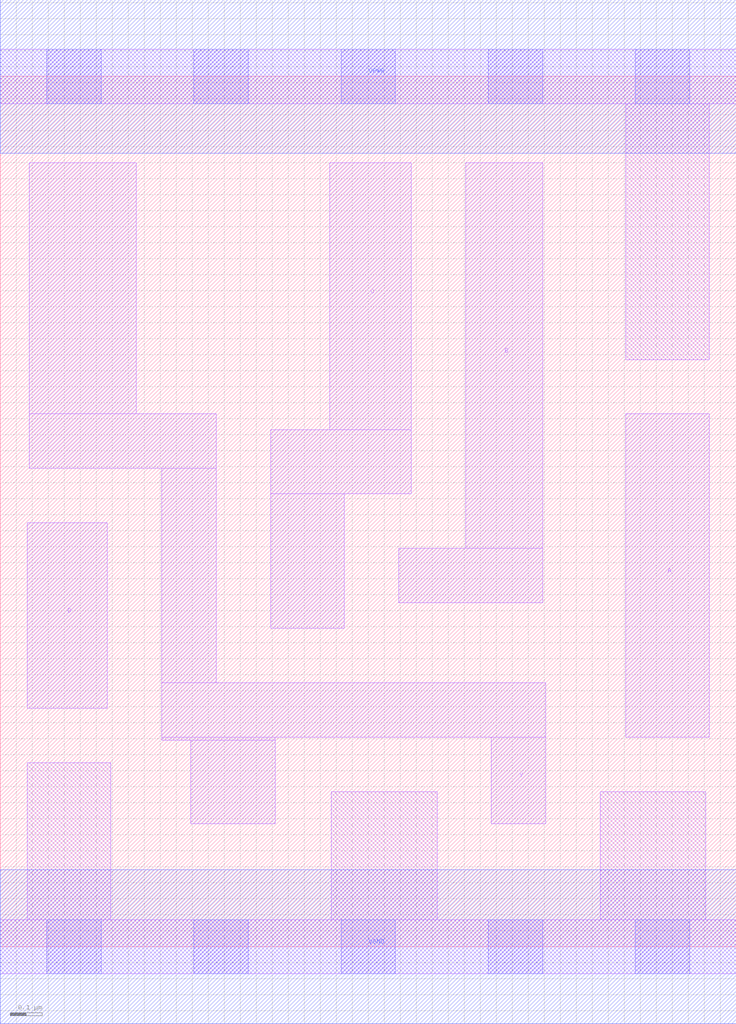
<source format=lef>
# Copyright 2020 The SkyWater PDK Authors
#
# Licensed under the Apache License, Version 2.0 (the "License");
# you may not use this file except in compliance with the License.
# You may obtain a copy of the License at
#
#     https://www.apache.org/licenses/LICENSE-2.0
#
# Unless required by applicable law or agreed to in writing, software
# distributed under the License is distributed on an "AS IS" BASIS,
# WITHOUT WARRANTIES OR CONDITIONS OF ANY KIND, either express or implied.
# See the License for the specific language governing permissions and
# limitations under the License.
#
# SPDX-License-Identifier: Apache-2.0

VERSION 5.7 ;
  NOWIREEXTENSIONATPIN ON ;
  DIVIDERCHAR "/" ;
  BUSBITCHARS "[]" ;
UNITS
  DATABASE MICRONS 200 ;
END UNITS
MACRO sky130_fd_sc_hd__nor4_1
  CLASS CORE ;
  FOREIGN sky130_fd_sc_hd__nor4_1 ;
  ORIGIN  0.000000  0.000000 ;
  SIZE  2.300000 BY  2.720000 ;
  SYMMETRY X Y R90 ;
  SITE unithd ;
  PIN A
    ANTENNAGATEAREA  0.247500 ;
    DIRECTION INPUT ;
    USE SIGNAL ;
    PORT
      LAYER li1 ;
        RECT 1.955000 0.655000 2.215000 1.665000 ;
    END
  END A
  PIN B
    ANTENNAGATEAREA  0.247500 ;
    DIRECTION INPUT ;
    USE SIGNAL ;
    PORT
      LAYER li1 ;
        RECT 1.245000 1.075000 1.695000 1.245000 ;
        RECT 1.455000 1.245000 1.695000 2.450000 ;
    END
  END B
  PIN C
    ANTENNAGATEAREA  0.247500 ;
    DIRECTION INPUT ;
    USE SIGNAL ;
    PORT
      LAYER li1 ;
        RECT 0.845000 0.995000 1.075000 1.415000 ;
        RECT 0.845000 1.415000 1.285000 1.615000 ;
        RECT 1.030000 1.615000 1.285000 2.450000 ;
    END
  END C
  PIN D
    ANTENNAGATEAREA  0.247500 ;
    DIRECTION INPUT ;
    USE SIGNAL ;
    PORT
      LAYER li1 ;
        RECT 0.085000 0.745000 0.335000 1.325000 ;
    END
  END D
  PIN Y
    ANTENNADIFFAREA  0.672750 ;
    DIRECTION OUTPUT ;
    USE SIGNAL ;
    PORT
      LAYER li1 ;
        RECT 0.090000 1.495000 0.675000 1.665000 ;
        RECT 0.090000 1.665000 0.425000 2.450000 ;
        RECT 0.505000 0.645000 0.860000 0.655000 ;
        RECT 0.505000 0.655000 1.705000 0.825000 ;
        RECT 0.505000 0.825000 0.675000 1.495000 ;
        RECT 0.595000 0.385000 0.860000 0.645000 ;
        RECT 1.535000 0.385000 1.705000 0.655000 ;
    END
  END Y
  PIN VGND
    DIRECTION INOUT ;
    SHAPE ABUTMENT ;
    USE GROUND ;
    PORT
      LAYER met1 ;
        RECT 0.000000 -0.240000 2.300000 0.240000 ;
    END
  END VGND
  PIN VPWR
    DIRECTION INOUT ;
    SHAPE ABUTMENT ;
    USE POWER ;
    PORT
      LAYER met1 ;
        RECT 0.000000 2.480000 2.300000 2.960000 ;
    END
  END VPWR
  OBS
    LAYER li1 ;
      RECT 0.000000 -0.085000 2.300000 0.085000 ;
      RECT 0.000000  2.635000 2.300000 2.805000 ;
      RECT 0.085000  0.085000 0.345000 0.575000 ;
      RECT 1.035000  0.085000 1.365000 0.485000 ;
      RECT 1.875000  0.085000 2.205000 0.485000 ;
      RECT 1.955000  1.835000 2.215000 2.635000 ;
    LAYER mcon ;
      RECT 0.145000 -0.085000 0.315000 0.085000 ;
      RECT 0.145000  2.635000 0.315000 2.805000 ;
      RECT 0.605000 -0.085000 0.775000 0.085000 ;
      RECT 0.605000  2.635000 0.775000 2.805000 ;
      RECT 1.065000 -0.085000 1.235000 0.085000 ;
      RECT 1.065000  2.635000 1.235000 2.805000 ;
      RECT 1.525000 -0.085000 1.695000 0.085000 ;
      RECT 1.525000  2.635000 1.695000 2.805000 ;
      RECT 1.985000 -0.085000 2.155000 0.085000 ;
      RECT 1.985000  2.635000 2.155000 2.805000 ;
  END
END sky130_fd_sc_hd__nor4_1
END LIBRARY

</source>
